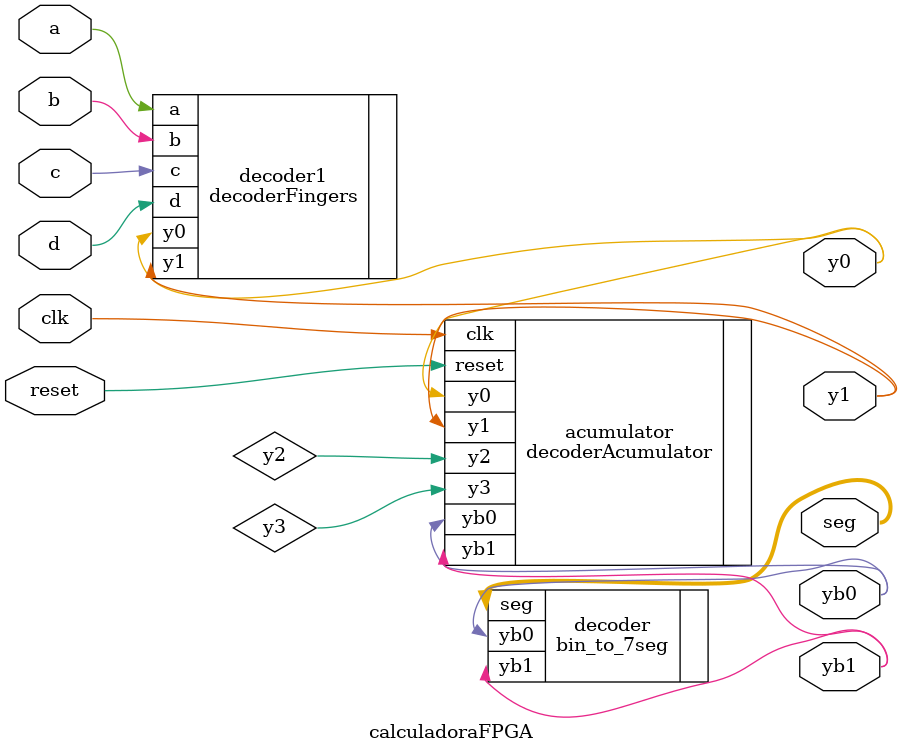
<source format=sv>
module calculadoraFPGA (
		input logic a,b,c,d,
		input clk,
		input reset,
		output logic [6:0] seg,
		output logic y1,y0,yb1,yb0
);

	decoderFingers decoder1 (
        .a(a),
        .b(b),
        .c(c),
        .d(d),
        .y1(y1),
        .y0(y0)
    );
	 
	 decoderAcumulator acumulator (
        .clk(clk),
        .reset(reset),
        .y1(y1),
        .y0(y0),
        .y3(y3),
        .y2(y2),
		  .yb1(yb1),
		  .yb0(yb0)
    );
	 
	 bin_to_7seg decoder(
		 .yb1(yb1),
		 .yb0(yb0), 
		 .seg(seg)
	);
	 
endmodule
</source>
